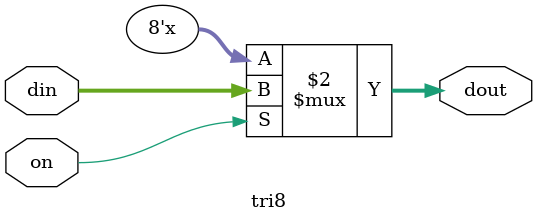
<source format=v>
module tri8(on,din,dout);
  input on;
  input [7:0] din;
  output [7:0] dout;
  
  assign dout = (on == 1)?din:8'bzzzz_zzzz;
  
endmodule


</source>
